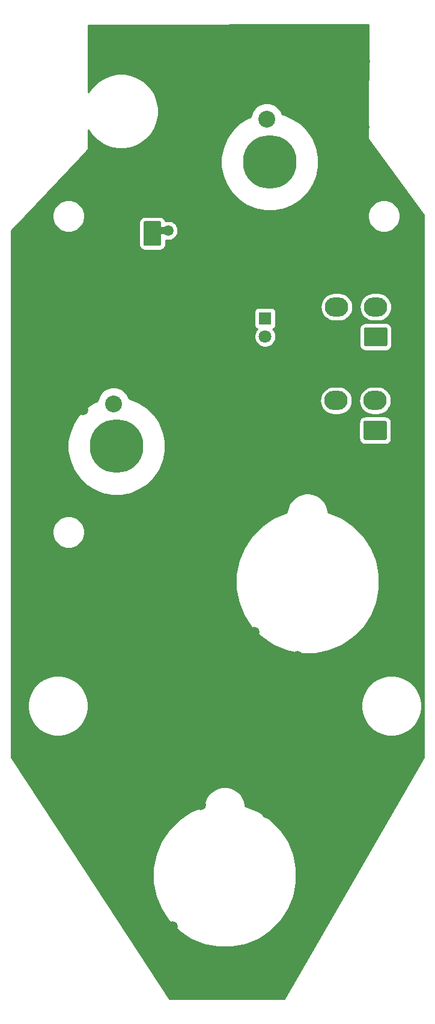
<source format=gbr>
%TF.GenerationSoftware,KiCad,Pcbnew,(5.1.12-1-10_14)*%
%TF.CreationDate,2021-11-25T18:16:29+11:00*%
%TF.ProjectId,EXT LT Panel PCB V2,45585420-4c54-4205-9061-6e656c205043,rev?*%
%TF.SameCoordinates,Original*%
%TF.FileFunction,Copper,L2,Bot*%
%TF.FilePolarity,Positive*%
%FSLAX46Y46*%
G04 Gerber Fmt 4.6, Leading zero omitted, Abs format (unit mm)*
G04 Created by KiCad (PCBNEW (5.1.12-1-10_14)) date 2021-11-25 18:16:29*
%MOMM*%
%LPD*%
G01*
G04 APERTURE LIST*
%TA.AperFunction,ComponentPad*%
%ADD10O,3.300000X2.700000*%
%TD*%
%TA.AperFunction,WasherPad*%
%ADD11C,7.540752*%
%TD*%
%TA.AperFunction,WasherPad*%
%ADD12C,2.381250*%
%TD*%
%TA.AperFunction,ComponentPad*%
%ADD13C,1.800000*%
%TD*%
%TA.AperFunction,ComponentPad*%
%ADD14R,1.800000X1.800000*%
%TD*%
%TA.AperFunction,ViaPad*%
%ADD15C,1.500000*%
%TD*%
%TA.AperFunction,Conductor*%
%ADD16C,1.000000*%
%TD*%
%TA.AperFunction,Conductor*%
%ADD17C,0.254000*%
%TD*%
%TA.AperFunction,Conductor*%
%ADD18C,0.100000*%
%TD*%
G04 APERTURE END LIST*
D10*
%TO.P,J2,4*%
%TO.N,/DATAOUT*%
X138434000Y-80760500D03*
%TO.P,J2,3*%
%TO.N,/LEDGND*%
X138434000Y-84960500D03*
%TO.P,J2,2*%
%TO.N,/LED+5V*%
X143934000Y-80760500D03*
%TO.P,J2,1*%
%TA.AperFunction,ComponentPad*%
G36*
G01*
X145333999Y-86310500D02*
X142534001Y-86310500D01*
G75*
G02*
X142284000Y-86060499I0J250001D01*
G01*
X142284000Y-83860501D01*
G75*
G02*
X142534001Y-83610500I250001J0D01*
G01*
X145333999Y-83610500D01*
G75*
G02*
X145584000Y-83860501I0J-250001D01*
G01*
X145584000Y-86060499D01*
G75*
G02*
X145333999Y-86310500I-250001J0D01*
G01*
G37*
%TD.AperFunction*%
%TD*%
%TO.P,J1,4*%
%TO.N,/DATAIN*%
X138503000Y-67608300D03*
%TO.P,J1,3*%
%TO.N,/LEDGND*%
X138503000Y-71808300D03*
%TO.P,J1,2*%
%TO.N,/LED+5V*%
X144003000Y-67608300D03*
%TO.P,J1,1*%
%TA.AperFunction,ComponentPad*%
G36*
G01*
X145402999Y-73158300D02*
X142603001Y-73158300D01*
G75*
G02*
X142353000Y-72908299I0J250001D01*
G01*
X142353000Y-70708301D01*
G75*
G02*
X142603001Y-70458300I250001J0D01*
G01*
X145402999Y-70458300D01*
G75*
G02*
X145653000Y-70708301I0J-250001D01*
G01*
X145653000Y-72908299D01*
G75*
G02*
X145402999Y-73158300I-250001J0D01*
G01*
G37*
%TD.AperFunction*%
%TD*%
D11*
%TO.P,1,*%
%TO.N,*%
X129076400Y-47193200D03*
D12*
X128657861Y-41207816D03*
%TD*%
D11*
%TO.P,2,*%
%TO.N,*%
X107486400Y-87198200D03*
D12*
X107067861Y-81212816D03*
%TD*%
D13*
%TO.P,D45,2*%
%TO.N,/LED+5V*%
X128422000Y-71752500D03*
D14*
%TO.P,D45,1*%
%TO.N,Net-(D45-Pad1)*%
X128422000Y-69212500D03*
%TD*%
%TO.P,C1,2*%
%TO.N,/LEDGND*%
%TA.AperFunction,SMDPad,CuDef*%
G36*
G01*
X111527000Y-62016800D02*
X113527000Y-62016800D01*
G75*
G02*
X113777000Y-62266800I0J-250000D01*
G01*
X113777000Y-65266800D01*
G75*
G02*
X113527000Y-65516800I-250000J0D01*
G01*
X111527000Y-65516800D01*
G75*
G02*
X111277000Y-65266800I0J250000D01*
G01*
X111277000Y-62266800D01*
G75*
G02*
X111527000Y-62016800I250000J0D01*
G01*
G37*
%TD.AperFunction*%
%TO.P,C1,1*%
%TO.N,/LED+5V*%
%TA.AperFunction,SMDPad,CuDef*%
G36*
G01*
X111527000Y-55516800D02*
X113527000Y-55516800D01*
G75*
G02*
X113777000Y-55766800I0J-250000D01*
G01*
X113777000Y-58766800D01*
G75*
G02*
X113527000Y-59016800I-250000J0D01*
G01*
X111527000Y-59016800D01*
G75*
G02*
X111277000Y-58766800I0J250000D01*
G01*
X111277000Y-55766800D01*
G75*
G02*
X111527000Y-55516800I250000J0D01*
G01*
G37*
%TD.AperFunction*%
%TD*%
D15*
%TO.N,/LEDGND*%
X110828500Y-33221300D03*
X142501300Y-33099800D03*
X149632500Y-104331200D03*
X144702100Y-91325900D03*
X140941700Y-52896700D03*
X142383800Y-42309100D03*
X132995300Y-116764000D03*
X129583900Y-96507300D03*
X118149800Y-125357300D03*
X118191000Y-69687300D03*
X109789900Y-75869600D03*
X101098200Y-105787200D03*
X98548100Y-93126400D03*
X137620500Y-60782000D03*
X137072200Y-92251000D03*
X136820300Y-132552600D03*
X124672600Y-32337900D03*
X121329600Y-42321900D03*
X110631400Y-124938100D03*
X108040500Y-72661300D03*
X102769500Y-82056000D03*
X128224600Y-63841700D03*
X121291600Y-158733500D03*
X113050600Y-136924600D03*
X144987100Y-112244200D03*
X119175900Y-92022200D03*
X115680200Y-103175000D03*
X102763700Y-71249300D03*
X130680400Y-160711700D03*
X128718000Y-138801200D03*
X122488100Y-133452500D03*
X128724000Y-124595600D03*
X141596300Y-120243500D03*
X129054000Y-92461700D03*
X122208600Y-80592200D03*
X121777500Y-52966300D03*
X129340500Y-33202200D03*
X140180000Y-126967040D03*
X126867920Y-113304320D03*
X144307560Y-97993200D03*
X115333780Y-154767280D03*
X119325390Y-137651490D03*
%TO.N,/LED+5V*%
X114765800Y-56853200D03*
%TD*%
D16*
%TO.N,/LED+5V*%
X114765800Y-56853200D02*
X112940600Y-56853200D01*
X112940600Y-56853200D02*
X112527000Y-57266800D01*
%TD*%
D17*
%TO.N,/LEDGND*%
X142900853Y-43771628D02*
X142898333Y-43820619D01*
X142905346Y-43868653D01*
X142909955Y-43916981D01*
X142914720Y-43932863D01*
X142917114Y-43949263D01*
X142933365Y-43995013D01*
X142947313Y-44041506D01*
X142955080Y-44056145D01*
X142960631Y-44071773D01*
X142985494Y-44113471D01*
X143008244Y-44156351D01*
X143039245Y-44194363D01*
X150774635Y-54674570D01*
X150724025Y-121277727D01*
X150724000Y-121277982D01*
X150724000Y-121310728D01*
X150723976Y-121342317D01*
X150724000Y-121342563D01*
X150724001Y-130937734D01*
X131089620Y-164897200D01*
X114960787Y-164897200D01*
X102885037Y-146525778D01*
X112599400Y-146525778D01*
X112599400Y-148520622D01*
X112988575Y-150477137D01*
X113751969Y-152320133D01*
X114860246Y-153978786D01*
X116270814Y-155389354D01*
X117929467Y-156497631D01*
X119772463Y-157261025D01*
X121728978Y-157650200D01*
X123723822Y-157650200D01*
X125680337Y-157261025D01*
X127523333Y-156497631D01*
X129181986Y-155389354D01*
X130592554Y-153978786D01*
X131700831Y-152320133D01*
X132464225Y-150477137D01*
X132853400Y-148520622D01*
X132853400Y-146525778D01*
X132464225Y-144569263D01*
X131700831Y-142726267D01*
X130592554Y-141067614D01*
X129181986Y-139657046D01*
X127523333Y-138548769D01*
X125680337Y-137785375D01*
X125639400Y-137777232D01*
X125639400Y-137711295D01*
X125527455Y-137148509D01*
X125307867Y-136618377D01*
X124989075Y-136141271D01*
X124583329Y-135735525D01*
X124106223Y-135416733D01*
X123576091Y-135197145D01*
X123013305Y-135085200D01*
X122439495Y-135085200D01*
X121876709Y-135197145D01*
X121346577Y-135416733D01*
X120869471Y-135735525D01*
X120463725Y-136141271D01*
X120144933Y-136618377D01*
X119925345Y-137148509D01*
X119813400Y-137711295D01*
X119813400Y-137777232D01*
X119772463Y-137785375D01*
X117929467Y-138548769D01*
X116270814Y-139657046D01*
X114860246Y-141067614D01*
X113751969Y-142726267D01*
X112988575Y-144569263D01*
X112599400Y-146525778D01*
X102885037Y-146525778D01*
X92658934Y-130968314D01*
X92664164Y-123289452D01*
X94954400Y-123289452D01*
X94954400Y-124131948D01*
X95118762Y-124958255D01*
X95441171Y-125736619D01*
X95909237Y-126437129D01*
X96504971Y-127032863D01*
X97205481Y-127500929D01*
X97983845Y-127823338D01*
X98810152Y-127987700D01*
X99652648Y-127987700D01*
X100478955Y-127823338D01*
X101257319Y-127500929D01*
X101957829Y-127032863D01*
X102553563Y-126437129D01*
X103021629Y-125736619D01*
X103344038Y-124958255D01*
X103508400Y-124131948D01*
X103508400Y-123289452D01*
X141944400Y-123289452D01*
X141944400Y-124131948D01*
X142108762Y-124958255D01*
X142431171Y-125736619D01*
X142899237Y-126437129D01*
X143494971Y-127032863D01*
X144195481Y-127500929D01*
X144973845Y-127823338D01*
X145800152Y-127987700D01*
X146642648Y-127987700D01*
X147468955Y-127823338D01*
X148247319Y-127500929D01*
X148947829Y-127032863D01*
X149543563Y-126437129D01*
X150011629Y-125736619D01*
X150334038Y-124958255D01*
X150498400Y-124131948D01*
X150498400Y-123289452D01*
X150334038Y-122463145D01*
X150011629Y-121684781D01*
X149543563Y-120984271D01*
X148947829Y-120388537D01*
X148247319Y-119920471D01*
X147468955Y-119598062D01*
X146642648Y-119433700D01*
X145800152Y-119433700D01*
X144973845Y-119598062D01*
X144195481Y-119920471D01*
X143494971Y-120388537D01*
X142899237Y-120984271D01*
X142431171Y-121684781D01*
X142108762Y-122463145D01*
X141944400Y-123289452D01*
X103508400Y-123289452D01*
X103344038Y-122463145D01*
X103021629Y-121684781D01*
X102553563Y-120984271D01*
X101957829Y-120388537D01*
X101257319Y-119920471D01*
X100478955Y-119598062D01*
X99652648Y-119433700D01*
X98810152Y-119433700D01*
X97983845Y-119598062D01*
X97205481Y-119920471D01*
X96504971Y-120388537D01*
X95909237Y-120984271D01*
X95441171Y-121684781D01*
X95118762Y-122463145D01*
X94954400Y-123289452D01*
X92664164Y-123289452D01*
X92676451Y-105250778D01*
X124283400Y-105250778D01*
X124283400Y-107245622D01*
X124672575Y-109202137D01*
X125435969Y-111045133D01*
X126544246Y-112703786D01*
X127954814Y-114114354D01*
X129613467Y-115222631D01*
X131456463Y-115986025D01*
X133412978Y-116375200D01*
X135407822Y-116375200D01*
X137364337Y-115986025D01*
X139207333Y-115222631D01*
X140865986Y-114114354D01*
X142276554Y-112703786D01*
X143384831Y-111045133D01*
X144148225Y-109202137D01*
X144537400Y-107245622D01*
X144537400Y-105250778D01*
X144148225Y-103294263D01*
X143384831Y-101451267D01*
X142276554Y-99792614D01*
X140865986Y-98382046D01*
X139207333Y-97273769D01*
X137364337Y-96510375D01*
X137323400Y-96502232D01*
X137323400Y-96436295D01*
X137211455Y-95873509D01*
X136991867Y-95343377D01*
X136673075Y-94866271D01*
X136267329Y-94460525D01*
X135790223Y-94141733D01*
X135260091Y-93922145D01*
X134697305Y-93810200D01*
X134123495Y-93810200D01*
X133560709Y-93922145D01*
X133030577Y-94141733D01*
X132553471Y-94460525D01*
X132147725Y-94866271D01*
X131828933Y-95343377D01*
X131609345Y-95873509D01*
X131497400Y-96436295D01*
X131497400Y-96502232D01*
X131456463Y-96510375D01*
X129613467Y-97273769D01*
X127954814Y-98382046D01*
X126544246Y-99792614D01*
X125435969Y-101451267D01*
X124672575Y-103294263D01*
X124283400Y-105250778D01*
X92676451Y-105250778D01*
X92680684Y-99037270D01*
X98442499Y-99037270D01*
X98442499Y-99489130D01*
X98530653Y-99932306D01*
X98703571Y-100349769D01*
X98954611Y-100725477D01*
X99274123Y-101044989D01*
X99649831Y-101296029D01*
X100067294Y-101468947D01*
X100510470Y-101557101D01*
X100962330Y-101557101D01*
X101405506Y-101468947D01*
X101822969Y-101296029D01*
X102198677Y-101044989D01*
X102518189Y-100725477D01*
X102769229Y-100349769D01*
X102942147Y-99932306D01*
X103030301Y-99489130D01*
X103030301Y-99037270D01*
X102942147Y-98594094D01*
X102769229Y-98176631D01*
X102518189Y-97800923D01*
X102198677Y-97481411D01*
X101822969Y-97230371D01*
X101405506Y-97057453D01*
X100962330Y-96969299D01*
X100510470Y-96969299D01*
X100067294Y-97057453D01*
X99649831Y-97230371D01*
X99274123Y-97481411D01*
X98954611Y-97800923D01*
X98703571Y-98176631D01*
X98530653Y-98594094D01*
X98442499Y-99037270D01*
X92680684Y-99037270D01*
X92689211Y-86518868D01*
X100589024Y-86518868D01*
X100589024Y-87877532D01*
X100854087Y-89210090D01*
X101374025Y-90465332D01*
X102128859Y-91595021D01*
X103089579Y-92555741D01*
X104219268Y-93310575D01*
X105474510Y-93830513D01*
X106807068Y-94095576D01*
X108165732Y-94095576D01*
X109498290Y-93830513D01*
X110753532Y-93310575D01*
X111883221Y-92555741D01*
X112843941Y-91595021D01*
X113598775Y-90465332D01*
X114118713Y-89210090D01*
X114383776Y-87877532D01*
X114383776Y-86518868D01*
X114118713Y-85186310D01*
X113598775Y-83931068D01*
X113551624Y-83860501D01*
X141645928Y-83860501D01*
X141645928Y-86060499D01*
X141662992Y-86233753D01*
X141713529Y-86400350D01*
X141795595Y-86553886D01*
X141906039Y-86688461D01*
X142040614Y-86798905D01*
X142194150Y-86880971D01*
X142360747Y-86931508D01*
X142534001Y-86948572D01*
X145333999Y-86948572D01*
X145507253Y-86931508D01*
X145673850Y-86880971D01*
X145827386Y-86798905D01*
X145961961Y-86688461D01*
X146072405Y-86553886D01*
X146154471Y-86400350D01*
X146205008Y-86233753D01*
X146222072Y-86060499D01*
X146222072Y-83860501D01*
X146205008Y-83687247D01*
X146154471Y-83520650D01*
X146072405Y-83367114D01*
X145961961Y-83232539D01*
X145827386Y-83122095D01*
X145673850Y-83040029D01*
X145507253Y-82989492D01*
X145333999Y-82972428D01*
X142534001Y-82972428D01*
X142360747Y-82989492D01*
X142194150Y-83040029D01*
X142040614Y-83122095D01*
X141906039Y-83232539D01*
X141795595Y-83367114D01*
X141713529Y-83520650D01*
X141662992Y-83687247D01*
X141645928Y-83860501D01*
X113551624Y-83860501D01*
X112843941Y-82801379D01*
X111883221Y-81840659D01*
X110753532Y-81085825D01*
X109968128Y-80760500D01*
X136139396Y-80760500D01*
X136177722Y-81149628D01*
X136291226Y-81523802D01*
X136475547Y-81868643D01*
X136723602Y-82170898D01*
X137025857Y-82418953D01*
X137370698Y-82603274D01*
X137744872Y-82716778D01*
X138036490Y-82745500D01*
X138831510Y-82745500D01*
X139123128Y-82716778D01*
X139497302Y-82603274D01*
X139842143Y-82418953D01*
X140144398Y-82170898D01*
X140392453Y-81868643D01*
X140576774Y-81523802D01*
X140690278Y-81149628D01*
X140728604Y-80760500D01*
X141639396Y-80760500D01*
X141677722Y-81149628D01*
X141791226Y-81523802D01*
X141975547Y-81868643D01*
X142223602Y-82170898D01*
X142525857Y-82418953D01*
X142870698Y-82603274D01*
X143244872Y-82716778D01*
X143536490Y-82745500D01*
X144331510Y-82745500D01*
X144623128Y-82716778D01*
X144997302Y-82603274D01*
X145342143Y-82418953D01*
X145644398Y-82170898D01*
X145892453Y-81868643D01*
X146076774Y-81523802D01*
X146190278Y-81149628D01*
X146228604Y-80760500D01*
X146190278Y-80371372D01*
X146076774Y-79997198D01*
X145892453Y-79652357D01*
X145644398Y-79350102D01*
X145342143Y-79102047D01*
X144997302Y-78917726D01*
X144623128Y-78804222D01*
X144331510Y-78775500D01*
X143536490Y-78775500D01*
X143244872Y-78804222D01*
X142870698Y-78917726D01*
X142525857Y-79102047D01*
X142223602Y-79350102D01*
X141975547Y-79652357D01*
X141791226Y-79997198D01*
X141677722Y-80371372D01*
X141639396Y-80760500D01*
X140728604Y-80760500D01*
X140690278Y-80371372D01*
X140576774Y-79997198D01*
X140392453Y-79652357D01*
X140144398Y-79350102D01*
X139842143Y-79102047D01*
X139497302Y-78917726D01*
X139123128Y-78804222D01*
X138831510Y-78775500D01*
X138036490Y-78775500D01*
X137744872Y-78804222D01*
X137370698Y-78917726D01*
X137025857Y-79102047D01*
X136723602Y-79350102D01*
X136475547Y-79652357D01*
X136291226Y-79997198D01*
X136177722Y-80371372D01*
X136139396Y-80760500D01*
X109968128Y-80760500D01*
X109498290Y-80565887D01*
X109291430Y-80524740D01*
X109121714Y-80115009D01*
X108868078Y-79735416D01*
X108545261Y-79412599D01*
X108165668Y-79158963D01*
X107743887Y-78984256D01*
X107296127Y-78895191D01*
X106839595Y-78895191D01*
X106391835Y-78984256D01*
X105970054Y-79158963D01*
X105590461Y-79412599D01*
X105267644Y-79735416D01*
X105014008Y-80115009D01*
X104839301Y-80536790D01*
X104775958Y-80855237D01*
X104219268Y-81085825D01*
X103089579Y-81840659D01*
X102128859Y-82801379D01*
X101374025Y-83931068D01*
X100854087Y-85186310D01*
X100589024Y-86518868D01*
X92689211Y-86518868D01*
X92701613Y-68312500D01*
X126883928Y-68312500D01*
X126883928Y-70112500D01*
X126896188Y-70236982D01*
X126932498Y-70356680D01*
X126991463Y-70466994D01*
X127070815Y-70563685D01*
X127167506Y-70643037D01*
X127277820Y-70702002D01*
X127296127Y-70707556D01*
X127229688Y-70773995D01*
X127061701Y-71025405D01*
X126945989Y-71304757D01*
X126887000Y-71601316D01*
X126887000Y-71903684D01*
X126945989Y-72200243D01*
X127061701Y-72479595D01*
X127229688Y-72731005D01*
X127443495Y-72944812D01*
X127694905Y-73112799D01*
X127974257Y-73228511D01*
X128270816Y-73287500D01*
X128573184Y-73287500D01*
X128869743Y-73228511D01*
X129149095Y-73112799D01*
X129400505Y-72944812D01*
X129614312Y-72731005D01*
X129782299Y-72479595D01*
X129898011Y-72200243D01*
X129957000Y-71903684D01*
X129957000Y-71601316D01*
X129898011Y-71304757D01*
X129782299Y-71025405D01*
X129614312Y-70773995D01*
X129548618Y-70708301D01*
X141714928Y-70708301D01*
X141714928Y-72908299D01*
X141731992Y-73081553D01*
X141782529Y-73248150D01*
X141864595Y-73401686D01*
X141975039Y-73536261D01*
X142109614Y-73646705D01*
X142263150Y-73728771D01*
X142429747Y-73779308D01*
X142603001Y-73796372D01*
X145402999Y-73796372D01*
X145576253Y-73779308D01*
X145742850Y-73728771D01*
X145896386Y-73646705D01*
X146030961Y-73536261D01*
X146141405Y-73401686D01*
X146223471Y-73248150D01*
X146274008Y-73081553D01*
X146291072Y-72908299D01*
X146291072Y-70708301D01*
X146274008Y-70535047D01*
X146223471Y-70368450D01*
X146141405Y-70214914D01*
X146030961Y-70080339D01*
X145896386Y-69969895D01*
X145742850Y-69887829D01*
X145576253Y-69837292D01*
X145402999Y-69820228D01*
X142603001Y-69820228D01*
X142429747Y-69837292D01*
X142263150Y-69887829D01*
X142109614Y-69969895D01*
X141975039Y-70080339D01*
X141864595Y-70214914D01*
X141782529Y-70368450D01*
X141731992Y-70535047D01*
X141714928Y-70708301D01*
X129548618Y-70708301D01*
X129547873Y-70707556D01*
X129566180Y-70702002D01*
X129676494Y-70643037D01*
X129773185Y-70563685D01*
X129852537Y-70466994D01*
X129911502Y-70356680D01*
X129947812Y-70236982D01*
X129960072Y-70112500D01*
X129960072Y-68312500D01*
X129947812Y-68188018D01*
X129911502Y-68068320D01*
X129852537Y-67958006D01*
X129773185Y-67861315D01*
X129676494Y-67781963D01*
X129566180Y-67722998D01*
X129446482Y-67686688D01*
X129322000Y-67674428D01*
X127522000Y-67674428D01*
X127397518Y-67686688D01*
X127277820Y-67722998D01*
X127167506Y-67781963D01*
X127070815Y-67861315D01*
X126991463Y-67958006D01*
X126932498Y-68068320D01*
X126896188Y-68188018D01*
X126883928Y-68312500D01*
X92701613Y-68312500D01*
X92702092Y-67608300D01*
X136208396Y-67608300D01*
X136246722Y-67997428D01*
X136360226Y-68371602D01*
X136544547Y-68716443D01*
X136792602Y-69018698D01*
X137094857Y-69266753D01*
X137439698Y-69451074D01*
X137813872Y-69564578D01*
X138105490Y-69593300D01*
X138900510Y-69593300D01*
X139192128Y-69564578D01*
X139566302Y-69451074D01*
X139911143Y-69266753D01*
X140213398Y-69018698D01*
X140461453Y-68716443D01*
X140645774Y-68371602D01*
X140759278Y-67997428D01*
X140797604Y-67608300D01*
X141708396Y-67608300D01*
X141746722Y-67997428D01*
X141860226Y-68371602D01*
X142044547Y-68716443D01*
X142292602Y-69018698D01*
X142594857Y-69266753D01*
X142939698Y-69451074D01*
X143313872Y-69564578D01*
X143605490Y-69593300D01*
X144400510Y-69593300D01*
X144692128Y-69564578D01*
X145066302Y-69451074D01*
X145411143Y-69266753D01*
X145713398Y-69018698D01*
X145961453Y-68716443D01*
X146145774Y-68371602D01*
X146259278Y-67997428D01*
X146297604Y-67608300D01*
X146259278Y-67219172D01*
X146145774Y-66844998D01*
X145961453Y-66500157D01*
X145713398Y-66197902D01*
X145411143Y-65949847D01*
X145066302Y-65765526D01*
X144692128Y-65652022D01*
X144400510Y-65623300D01*
X143605490Y-65623300D01*
X143313872Y-65652022D01*
X142939698Y-65765526D01*
X142594857Y-65949847D01*
X142292602Y-66197902D01*
X142044547Y-66500157D01*
X141860226Y-66844998D01*
X141746722Y-67219172D01*
X141708396Y-67608300D01*
X140797604Y-67608300D01*
X140759278Y-67219172D01*
X140645774Y-66844998D01*
X140461453Y-66500157D01*
X140213398Y-66197902D01*
X139911143Y-65949847D01*
X139566302Y-65765526D01*
X139192128Y-65652022D01*
X138900510Y-65623300D01*
X138105490Y-65623300D01*
X137813872Y-65652022D01*
X137439698Y-65765526D01*
X137094857Y-65949847D01*
X136792602Y-66197902D01*
X136544547Y-66500157D01*
X136360226Y-66844998D01*
X136246722Y-67219172D01*
X136208396Y-67608300D01*
X92702092Y-67608300D01*
X92709420Y-56853922D01*
X94851612Y-54587270D01*
X98442499Y-54587270D01*
X98442499Y-55039130D01*
X98530653Y-55482306D01*
X98703571Y-55899769D01*
X98954611Y-56275477D01*
X99274123Y-56594989D01*
X99649831Y-56846029D01*
X100067294Y-57018947D01*
X100510470Y-57107101D01*
X100962330Y-57107101D01*
X101405506Y-57018947D01*
X101822969Y-56846029D01*
X102198677Y-56594989D01*
X102518189Y-56275477D01*
X102769229Y-55899769D01*
X102824306Y-55766800D01*
X110638928Y-55766800D01*
X110638928Y-58766800D01*
X110655992Y-58940054D01*
X110706528Y-59106650D01*
X110788595Y-59260186D01*
X110899038Y-59394762D01*
X111033614Y-59505205D01*
X111187150Y-59587272D01*
X111353746Y-59637808D01*
X111527000Y-59654872D01*
X113527000Y-59654872D01*
X113700254Y-59637808D01*
X113866850Y-59587272D01*
X114020386Y-59505205D01*
X114154962Y-59394762D01*
X114265405Y-59260186D01*
X114347472Y-59106650D01*
X114398008Y-58940054D01*
X114415072Y-58766800D01*
X114415072Y-58195569D01*
X114629389Y-58238200D01*
X114902211Y-58238200D01*
X115169789Y-58184975D01*
X115421843Y-58080571D01*
X115648686Y-57928999D01*
X115841599Y-57736086D01*
X115993171Y-57509243D01*
X116097575Y-57257189D01*
X116150800Y-56989611D01*
X116150800Y-56716789D01*
X116097575Y-56449211D01*
X115993171Y-56197157D01*
X115841599Y-55970314D01*
X115648686Y-55777401D01*
X115421843Y-55625829D01*
X115169789Y-55521425D01*
X114902211Y-55468200D01*
X114629389Y-55468200D01*
X114375316Y-55518739D01*
X114347472Y-55426950D01*
X114265405Y-55273414D01*
X114154962Y-55138838D01*
X114020386Y-55028395D01*
X113866850Y-54946328D01*
X113700254Y-54895792D01*
X113527000Y-54878728D01*
X111527000Y-54878728D01*
X111353746Y-54895792D01*
X111187150Y-54946328D01*
X111033614Y-55028395D01*
X110899038Y-55138838D01*
X110788595Y-55273414D01*
X110706528Y-55426950D01*
X110655992Y-55593546D01*
X110638928Y-55766800D01*
X102824306Y-55766800D01*
X102942147Y-55482306D01*
X103030301Y-55039130D01*
X103030301Y-54587270D01*
X142892499Y-54587270D01*
X142892499Y-55039130D01*
X142980653Y-55482306D01*
X143153571Y-55899769D01*
X143404611Y-56275477D01*
X143724123Y-56594989D01*
X144099831Y-56846029D01*
X144517294Y-57018947D01*
X144960470Y-57107101D01*
X145412330Y-57107101D01*
X145855506Y-57018947D01*
X146272969Y-56846029D01*
X146648677Y-56594989D01*
X146968189Y-56275477D01*
X147219229Y-55899769D01*
X147392147Y-55482306D01*
X147480301Y-55039130D01*
X147480301Y-54587270D01*
X147392147Y-54144094D01*
X147219229Y-53726631D01*
X146968189Y-53350923D01*
X146648677Y-53031411D01*
X146272969Y-52780371D01*
X145855506Y-52607453D01*
X145412330Y-52519299D01*
X144960470Y-52519299D01*
X144517294Y-52607453D01*
X144099831Y-52780371D01*
X143724123Y-53031411D01*
X143404611Y-53350923D01*
X143153571Y-53726631D01*
X142980653Y-54144094D01*
X142892499Y-54587270D01*
X103030301Y-54587270D01*
X102942147Y-54144094D01*
X102769229Y-53726631D01*
X102518189Y-53350923D01*
X102198677Y-53031411D01*
X101822969Y-52780371D01*
X101405506Y-52607453D01*
X100962330Y-52519299D01*
X100510470Y-52519299D01*
X100067294Y-52607453D01*
X99649831Y-52780371D01*
X99274123Y-53031411D01*
X98954611Y-53350923D01*
X98703571Y-53726631D01*
X98530653Y-54144094D01*
X98442499Y-54587270D01*
X94851612Y-54587270D01*
X102481711Y-46513868D01*
X122179024Y-46513868D01*
X122179024Y-47872532D01*
X122444087Y-49205090D01*
X122964025Y-50460332D01*
X123718859Y-51590021D01*
X124679579Y-52550741D01*
X125809268Y-53305575D01*
X127064510Y-53825513D01*
X128397068Y-54090576D01*
X129755732Y-54090576D01*
X131088290Y-53825513D01*
X132343532Y-53305575D01*
X133473221Y-52550741D01*
X134433941Y-51590021D01*
X135188775Y-50460332D01*
X135708713Y-49205090D01*
X135973776Y-47872532D01*
X135973776Y-46513868D01*
X135708713Y-45181310D01*
X135188775Y-43926068D01*
X134433941Y-42796379D01*
X133473221Y-41835659D01*
X132343532Y-41080825D01*
X131088290Y-40560887D01*
X130881430Y-40519740D01*
X130711714Y-40110009D01*
X130458078Y-39730416D01*
X130135261Y-39407599D01*
X129755668Y-39153963D01*
X129333887Y-38979256D01*
X128886127Y-38890191D01*
X128429595Y-38890191D01*
X127981835Y-38979256D01*
X127560054Y-39153963D01*
X127180461Y-39407599D01*
X126857644Y-39730416D01*
X126604008Y-40110009D01*
X126429301Y-40531790D01*
X126365958Y-40850237D01*
X125809268Y-41080825D01*
X124679579Y-41835659D01*
X123718859Y-42796379D01*
X122964025Y-43926068D01*
X122444087Y-45181310D01*
X122179024Y-46513868D01*
X102481711Y-46513868D01*
X103350988Y-45594087D01*
X103368948Y-45579348D01*
X103395533Y-45546955D01*
X103401941Y-45540174D01*
X103416090Y-45521906D01*
X103451425Y-45478850D01*
X103455853Y-45470566D01*
X103461602Y-45463143D01*
X103486457Y-45413310D01*
X103512710Y-45364193D01*
X103515436Y-45355207D01*
X103519628Y-45346802D01*
X103534285Y-45293071D01*
X103550450Y-45239783D01*
X103551370Y-45230437D01*
X103553842Y-45221377D01*
X103557733Y-45165833D01*
X103560000Y-45142819D01*
X103560000Y-45133479D01*
X103562928Y-45091686D01*
X103560000Y-45068643D01*
X103560000Y-42752932D01*
X104022487Y-43445091D01*
X104757509Y-44180113D01*
X105621803Y-44757617D01*
X106582156Y-45155408D01*
X107601661Y-45358200D01*
X108641139Y-45358200D01*
X109660644Y-45155408D01*
X110620997Y-44757617D01*
X111485291Y-44180113D01*
X112220313Y-43445091D01*
X112797817Y-42580797D01*
X113195608Y-41620444D01*
X113398400Y-40600939D01*
X113398400Y-39561461D01*
X113195608Y-38541956D01*
X112797817Y-37581603D01*
X112220313Y-36717309D01*
X111485291Y-35982287D01*
X110620997Y-35404783D01*
X109660644Y-35006992D01*
X108641139Y-34804200D01*
X107601661Y-34804200D01*
X106582156Y-35006992D01*
X105621803Y-35404783D01*
X104757509Y-35982287D01*
X104022487Y-36717309D01*
X103560000Y-37409468D01*
X103560000Y-27989576D01*
X142949564Y-27940427D01*
X142900853Y-43771628D01*
%TA.AperFunction,Conductor*%
D18*
G36*
X142900853Y-43771628D02*
G01*
X142898333Y-43820619D01*
X142905346Y-43868653D01*
X142909955Y-43916981D01*
X142914720Y-43932863D01*
X142917114Y-43949263D01*
X142933365Y-43995013D01*
X142947313Y-44041506D01*
X142955080Y-44056145D01*
X142960631Y-44071773D01*
X142985494Y-44113471D01*
X143008244Y-44156351D01*
X143039245Y-44194363D01*
X150774635Y-54674570D01*
X150724025Y-121277727D01*
X150724000Y-121277982D01*
X150724000Y-121310728D01*
X150723976Y-121342317D01*
X150724000Y-121342563D01*
X150724001Y-130937734D01*
X131089620Y-164897200D01*
X114960787Y-164897200D01*
X102885037Y-146525778D01*
X112599400Y-146525778D01*
X112599400Y-148520622D01*
X112988575Y-150477137D01*
X113751969Y-152320133D01*
X114860246Y-153978786D01*
X116270814Y-155389354D01*
X117929467Y-156497631D01*
X119772463Y-157261025D01*
X121728978Y-157650200D01*
X123723822Y-157650200D01*
X125680337Y-157261025D01*
X127523333Y-156497631D01*
X129181986Y-155389354D01*
X130592554Y-153978786D01*
X131700831Y-152320133D01*
X132464225Y-150477137D01*
X132853400Y-148520622D01*
X132853400Y-146525778D01*
X132464225Y-144569263D01*
X131700831Y-142726267D01*
X130592554Y-141067614D01*
X129181986Y-139657046D01*
X127523333Y-138548769D01*
X125680337Y-137785375D01*
X125639400Y-137777232D01*
X125639400Y-137711295D01*
X125527455Y-137148509D01*
X125307867Y-136618377D01*
X124989075Y-136141271D01*
X124583329Y-135735525D01*
X124106223Y-135416733D01*
X123576091Y-135197145D01*
X123013305Y-135085200D01*
X122439495Y-135085200D01*
X121876709Y-135197145D01*
X121346577Y-135416733D01*
X120869471Y-135735525D01*
X120463725Y-136141271D01*
X120144933Y-136618377D01*
X119925345Y-137148509D01*
X119813400Y-137711295D01*
X119813400Y-137777232D01*
X119772463Y-137785375D01*
X117929467Y-138548769D01*
X116270814Y-139657046D01*
X114860246Y-141067614D01*
X113751969Y-142726267D01*
X112988575Y-144569263D01*
X112599400Y-146525778D01*
X102885037Y-146525778D01*
X92658934Y-130968314D01*
X92664164Y-123289452D01*
X94954400Y-123289452D01*
X94954400Y-124131948D01*
X95118762Y-124958255D01*
X95441171Y-125736619D01*
X95909237Y-126437129D01*
X96504971Y-127032863D01*
X97205481Y-127500929D01*
X97983845Y-127823338D01*
X98810152Y-127987700D01*
X99652648Y-127987700D01*
X100478955Y-127823338D01*
X101257319Y-127500929D01*
X101957829Y-127032863D01*
X102553563Y-126437129D01*
X103021629Y-125736619D01*
X103344038Y-124958255D01*
X103508400Y-124131948D01*
X103508400Y-123289452D01*
X141944400Y-123289452D01*
X141944400Y-124131948D01*
X142108762Y-124958255D01*
X142431171Y-125736619D01*
X142899237Y-126437129D01*
X143494971Y-127032863D01*
X144195481Y-127500929D01*
X144973845Y-127823338D01*
X145800152Y-127987700D01*
X146642648Y-127987700D01*
X147468955Y-127823338D01*
X148247319Y-127500929D01*
X148947829Y-127032863D01*
X149543563Y-126437129D01*
X150011629Y-125736619D01*
X150334038Y-124958255D01*
X150498400Y-124131948D01*
X150498400Y-123289452D01*
X150334038Y-122463145D01*
X150011629Y-121684781D01*
X149543563Y-120984271D01*
X148947829Y-120388537D01*
X148247319Y-119920471D01*
X147468955Y-119598062D01*
X146642648Y-119433700D01*
X145800152Y-119433700D01*
X144973845Y-119598062D01*
X144195481Y-119920471D01*
X143494971Y-120388537D01*
X142899237Y-120984271D01*
X142431171Y-121684781D01*
X142108762Y-122463145D01*
X141944400Y-123289452D01*
X103508400Y-123289452D01*
X103344038Y-122463145D01*
X103021629Y-121684781D01*
X102553563Y-120984271D01*
X101957829Y-120388537D01*
X101257319Y-119920471D01*
X100478955Y-119598062D01*
X99652648Y-119433700D01*
X98810152Y-119433700D01*
X97983845Y-119598062D01*
X97205481Y-119920471D01*
X96504971Y-120388537D01*
X95909237Y-120984271D01*
X95441171Y-121684781D01*
X95118762Y-122463145D01*
X94954400Y-123289452D01*
X92664164Y-123289452D01*
X92676451Y-105250778D01*
X124283400Y-105250778D01*
X124283400Y-107245622D01*
X124672575Y-109202137D01*
X125435969Y-111045133D01*
X126544246Y-112703786D01*
X127954814Y-114114354D01*
X129613467Y-115222631D01*
X131456463Y-115986025D01*
X133412978Y-116375200D01*
X135407822Y-116375200D01*
X137364337Y-115986025D01*
X139207333Y-115222631D01*
X140865986Y-114114354D01*
X142276554Y-112703786D01*
X143384831Y-111045133D01*
X144148225Y-109202137D01*
X144537400Y-107245622D01*
X144537400Y-105250778D01*
X144148225Y-103294263D01*
X143384831Y-101451267D01*
X142276554Y-99792614D01*
X140865986Y-98382046D01*
X139207333Y-97273769D01*
X137364337Y-96510375D01*
X137323400Y-96502232D01*
X137323400Y-96436295D01*
X137211455Y-95873509D01*
X136991867Y-95343377D01*
X136673075Y-94866271D01*
X136267329Y-94460525D01*
X135790223Y-94141733D01*
X135260091Y-93922145D01*
X134697305Y-93810200D01*
X134123495Y-93810200D01*
X133560709Y-93922145D01*
X133030577Y-94141733D01*
X132553471Y-94460525D01*
X132147725Y-94866271D01*
X131828933Y-95343377D01*
X131609345Y-95873509D01*
X131497400Y-96436295D01*
X131497400Y-96502232D01*
X131456463Y-96510375D01*
X129613467Y-97273769D01*
X127954814Y-98382046D01*
X126544246Y-99792614D01*
X125435969Y-101451267D01*
X124672575Y-103294263D01*
X124283400Y-105250778D01*
X92676451Y-105250778D01*
X92680684Y-99037270D01*
X98442499Y-99037270D01*
X98442499Y-99489130D01*
X98530653Y-99932306D01*
X98703571Y-100349769D01*
X98954611Y-100725477D01*
X99274123Y-101044989D01*
X99649831Y-101296029D01*
X100067294Y-101468947D01*
X100510470Y-101557101D01*
X100962330Y-101557101D01*
X101405506Y-101468947D01*
X101822969Y-101296029D01*
X102198677Y-101044989D01*
X102518189Y-100725477D01*
X102769229Y-100349769D01*
X102942147Y-99932306D01*
X103030301Y-99489130D01*
X103030301Y-99037270D01*
X102942147Y-98594094D01*
X102769229Y-98176631D01*
X102518189Y-97800923D01*
X102198677Y-97481411D01*
X101822969Y-97230371D01*
X101405506Y-97057453D01*
X100962330Y-96969299D01*
X100510470Y-96969299D01*
X100067294Y-97057453D01*
X99649831Y-97230371D01*
X99274123Y-97481411D01*
X98954611Y-97800923D01*
X98703571Y-98176631D01*
X98530653Y-98594094D01*
X98442499Y-99037270D01*
X92680684Y-99037270D01*
X92689211Y-86518868D01*
X100589024Y-86518868D01*
X100589024Y-87877532D01*
X100854087Y-89210090D01*
X101374025Y-90465332D01*
X102128859Y-91595021D01*
X103089579Y-92555741D01*
X104219268Y-93310575D01*
X105474510Y-93830513D01*
X106807068Y-94095576D01*
X108165732Y-94095576D01*
X109498290Y-93830513D01*
X110753532Y-93310575D01*
X111883221Y-92555741D01*
X112843941Y-91595021D01*
X113598775Y-90465332D01*
X114118713Y-89210090D01*
X114383776Y-87877532D01*
X114383776Y-86518868D01*
X114118713Y-85186310D01*
X113598775Y-83931068D01*
X113551624Y-83860501D01*
X141645928Y-83860501D01*
X141645928Y-86060499D01*
X141662992Y-86233753D01*
X141713529Y-86400350D01*
X141795595Y-86553886D01*
X141906039Y-86688461D01*
X142040614Y-86798905D01*
X142194150Y-86880971D01*
X142360747Y-86931508D01*
X142534001Y-86948572D01*
X145333999Y-86948572D01*
X145507253Y-86931508D01*
X145673850Y-86880971D01*
X145827386Y-86798905D01*
X145961961Y-86688461D01*
X146072405Y-86553886D01*
X146154471Y-86400350D01*
X146205008Y-86233753D01*
X146222072Y-86060499D01*
X146222072Y-83860501D01*
X146205008Y-83687247D01*
X146154471Y-83520650D01*
X146072405Y-83367114D01*
X145961961Y-83232539D01*
X145827386Y-83122095D01*
X145673850Y-83040029D01*
X145507253Y-82989492D01*
X145333999Y-82972428D01*
X142534001Y-82972428D01*
X142360747Y-82989492D01*
X142194150Y-83040029D01*
X142040614Y-83122095D01*
X141906039Y-83232539D01*
X141795595Y-83367114D01*
X141713529Y-83520650D01*
X141662992Y-83687247D01*
X141645928Y-83860501D01*
X113551624Y-83860501D01*
X112843941Y-82801379D01*
X111883221Y-81840659D01*
X110753532Y-81085825D01*
X109968128Y-80760500D01*
X136139396Y-80760500D01*
X136177722Y-81149628D01*
X136291226Y-81523802D01*
X136475547Y-81868643D01*
X136723602Y-82170898D01*
X137025857Y-82418953D01*
X137370698Y-82603274D01*
X137744872Y-82716778D01*
X138036490Y-82745500D01*
X138831510Y-82745500D01*
X139123128Y-82716778D01*
X139497302Y-82603274D01*
X139842143Y-82418953D01*
X140144398Y-82170898D01*
X140392453Y-81868643D01*
X140576774Y-81523802D01*
X140690278Y-81149628D01*
X140728604Y-80760500D01*
X141639396Y-80760500D01*
X141677722Y-81149628D01*
X141791226Y-81523802D01*
X141975547Y-81868643D01*
X142223602Y-82170898D01*
X142525857Y-82418953D01*
X142870698Y-82603274D01*
X143244872Y-82716778D01*
X143536490Y-82745500D01*
X144331510Y-82745500D01*
X144623128Y-82716778D01*
X144997302Y-82603274D01*
X145342143Y-82418953D01*
X145644398Y-82170898D01*
X145892453Y-81868643D01*
X146076774Y-81523802D01*
X146190278Y-81149628D01*
X146228604Y-80760500D01*
X146190278Y-80371372D01*
X146076774Y-79997198D01*
X145892453Y-79652357D01*
X145644398Y-79350102D01*
X145342143Y-79102047D01*
X144997302Y-78917726D01*
X144623128Y-78804222D01*
X144331510Y-78775500D01*
X143536490Y-78775500D01*
X143244872Y-78804222D01*
X142870698Y-78917726D01*
X142525857Y-79102047D01*
X142223602Y-79350102D01*
X141975547Y-79652357D01*
X141791226Y-79997198D01*
X141677722Y-80371372D01*
X141639396Y-80760500D01*
X140728604Y-80760500D01*
X140690278Y-80371372D01*
X140576774Y-79997198D01*
X140392453Y-79652357D01*
X140144398Y-79350102D01*
X139842143Y-79102047D01*
X139497302Y-78917726D01*
X139123128Y-78804222D01*
X138831510Y-78775500D01*
X138036490Y-78775500D01*
X137744872Y-78804222D01*
X137370698Y-78917726D01*
X137025857Y-79102047D01*
X136723602Y-79350102D01*
X136475547Y-79652357D01*
X136291226Y-79997198D01*
X136177722Y-80371372D01*
X136139396Y-80760500D01*
X109968128Y-80760500D01*
X109498290Y-80565887D01*
X109291430Y-80524740D01*
X109121714Y-80115009D01*
X108868078Y-79735416D01*
X108545261Y-79412599D01*
X108165668Y-79158963D01*
X107743887Y-78984256D01*
X107296127Y-78895191D01*
X106839595Y-78895191D01*
X106391835Y-78984256D01*
X105970054Y-79158963D01*
X105590461Y-79412599D01*
X105267644Y-79735416D01*
X105014008Y-80115009D01*
X104839301Y-80536790D01*
X104775958Y-80855237D01*
X104219268Y-81085825D01*
X103089579Y-81840659D01*
X102128859Y-82801379D01*
X101374025Y-83931068D01*
X100854087Y-85186310D01*
X100589024Y-86518868D01*
X92689211Y-86518868D01*
X92701613Y-68312500D01*
X126883928Y-68312500D01*
X126883928Y-70112500D01*
X126896188Y-70236982D01*
X126932498Y-70356680D01*
X126991463Y-70466994D01*
X127070815Y-70563685D01*
X127167506Y-70643037D01*
X127277820Y-70702002D01*
X127296127Y-70707556D01*
X127229688Y-70773995D01*
X127061701Y-71025405D01*
X126945989Y-71304757D01*
X126887000Y-71601316D01*
X126887000Y-71903684D01*
X126945989Y-72200243D01*
X127061701Y-72479595D01*
X127229688Y-72731005D01*
X127443495Y-72944812D01*
X127694905Y-73112799D01*
X127974257Y-73228511D01*
X128270816Y-73287500D01*
X128573184Y-73287500D01*
X128869743Y-73228511D01*
X129149095Y-73112799D01*
X129400505Y-72944812D01*
X129614312Y-72731005D01*
X129782299Y-72479595D01*
X129898011Y-72200243D01*
X129957000Y-71903684D01*
X129957000Y-71601316D01*
X129898011Y-71304757D01*
X129782299Y-71025405D01*
X129614312Y-70773995D01*
X129548618Y-70708301D01*
X141714928Y-70708301D01*
X141714928Y-72908299D01*
X141731992Y-73081553D01*
X141782529Y-73248150D01*
X141864595Y-73401686D01*
X141975039Y-73536261D01*
X142109614Y-73646705D01*
X142263150Y-73728771D01*
X142429747Y-73779308D01*
X142603001Y-73796372D01*
X145402999Y-73796372D01*
X145576253Y-73779308D01*
X145742850Y-73728771D01*
X145896386Y-73646705D01*
X146030961Y-73536261D01*
X146141405Y-73401686D01*
X146223471Y-73248150D01*
X146274008Y-73081553D01*
X146291072Y-72908299D01*
X146291072Y-70708301D01*
X146274008Y-70535047D01*
X146223471Y-70368450D01*
X146141405Y-70214914D01*
X146030961Y-70080339D01*
X145896386Y-69969895D01*
X145742850Y-69887829D01*
X145576253Y-69837292D01*
X145402999Y-69820228D01*
X142603001Y-69820228D01*
X142429747Y-69837292D01*
X142263150Y-69887829D01*
X142109614Y-69969895D01*
X141975039Y-70080339D01*
X141864595Y-70214914D01*
X141782529Y-70368450D01*
X141731992Y-70535047D01*
X141714928Y-70708301D01*
X129548618Y-70708301D01*
X129547873Y-70707556D01*
X129566180Y-70702002D01*
X129676494Y-70643037D01*
X129773185Y-70563685D01*
X129852537Y-70466994D01*
X129911502Y-70356680D01*
X129947812Y-70236982D01*
X129960072Y-70112500D01*
X129960072Y-68312500D01*
X129947812Y-68188018D01*
X129911502Y-68068320D01*
X129852537Y-67958006D01*
X129773185Y-67861315D01*
X129676494Y-67781963D01*
X129566180Y-67722998D01*
X129446482Y-67686688D01*
X129322000Y-67674428D01*
X127522000Y-67674428D01*
X127397518Y-67686688D01*
X127277820Y-67722998D01*
X127167506Y-67781963D01*
X127070815Y-67861315D01*
X126991463Y-67958006D01*
X126932498Y-68068320D01*
X126896188Y-68188018D01*
X126883928Y-68312500D01*
X92701613Y-68312500D01*
X92702092Y-67608300D01*
X136208396Y-67608300D01*
X136246722Y-67997428D01*
X136360226Y-68371602D01*
X136544547Y-68716443D01*
X136792602Y-69018698D01*
X137094857Y-69266753D01*
X137439698Y-69451074D01*
X137813872Y-69564578D01*
X138105490Y-69593300D01*
X138900510Y-69593300D01*
X139192128Y-69564578D01*
X139566302Y-69451074D01*
X139911143Y-69266753D01*
X140213398Y-69018698D01*
X140461453Y-68716443D01*
X140645774Y-68371602D01*
X140759278Y-67997428D01*
X140797604Y-67608300D01*
X141708396Y-67608300D01*
X141746722Y-67997428D01*
X141860226Y-68371602D01*
X142044547Y-68716443D01*
X142292602Y-69018698D01*
X142594857Y-69266753D01*
X142939698Y-69451074D01*
X143313872Y-69564578D01*
X143605490Y-69593300D01*
X144400510Y-69593300D01*
X144692128Y-69564578D01*
X145066302Y-69451074D01*
X145411143Y-69266753D01*
X145713398Y-69018698D01*
X145961453Y-68716443D01*
X146145774Y-68371602D01*
X146259278Y-67997428D01*
X146297604Y-67608300D01*
X146259278Y-67219172D01*
X146145774Y-66844998D01*
X145961453Y-66500157D01*
X145713398Y-66197902D01*
X145411143Y-65949847D01*
X145066302Y-65765526D01*
X144692128Y-65652022D01*
X144400510Y-65623300D01*
X143605490Y-65623300D01*
X143313872Y-65652022D01*
X142939698Y-65765526D01*
X142594857Y-65949847D01*
X142292602Y-66197902D01*
X142044547Y-66500157D01*
X141860226Y-66844998D01*
X141746722Y-67219172D01*
X141708396Y-67608300D01*
X140797604Y-67608300D01*
X140759278Y-67219172D01*
X140645774Y-66844998D01*
X140461453Y-66500157D01*
X140213398Y-66197902D01*
X139911143Y-65949847D01*
X139566302Y-65765526D01*
X139192128Y-65652022D01*
X138900510Y-65623300D01*
X138105490Y-65623300D01*
X137813872Y-65652022D01*
X137439698Y-65765526D01*
X137094857Y-65949847D01*
X136792602Y-66197902D01*
X136544547Y-66500157D01*
X136360226Y-66844998D01*
X136246722Y-67219172D01*
X136208396Y-67608300D01*
X92702092Y-67608300D01*
X92709420Y-56853922D01*
X94851612Y-54587270D01*
X98442499Y-54587270D01*
X98442499Y-55039130D01*
X98530653Y-55482306D01*
X98703571Y-55899769D01*
X98954611Y-56275477D01*
X99274123Y-56594989D01*
X99649831Y-56846029D01*
X100067294Y-57018947D01*
X100510470Y-57107101D01*
X100962330Y-57107101D01*
X101405506Y-57018947D01*
X101822969Y-56846029D01*
X102198677Y-56594989D01*
X102518189Y-56275477D01*
X102769229Y-55899769D01*
X102824306Y-55766800D01*
X110638928Y-55766800D01*
X110638928Y-58766800D01*
X110655992Y-58940054D01*
X110706528Y-59106650D01*
X110788595Y-59260186D01*
X110899038Y-59394762D01*
X111033614Y-59505205D01*
X111187150Y-59587272D01*
X111353746Y-59637808D01*
X111527000Y-59654872D01*
X113527000Y-59654872D01*
X113700254Y-59637808D01*
X113866850Y-59587272D01*
X114020386Y-59505205D01*
X114154962Y-59394762D01*
X114265405Y-59260186D01*
X114347472Y-59106650D01*
X114398008Y-58940054D01*
X114415072Y-58766800D01*
X114415072Y-58195569D01*
X114629389Y-58238200D01*
X114902211Y-58238200D01*
X115169789Y-58184975D01*
X115421843Y-58080571D01*
X115648686Y-57928999D01*
X115841599Y-57736086D01*
X115993171Y-57509243D01*
X116097575Y-57257189D01*
X116150800Y-56989611D01*
X116150800Y-56716789D01*
X116097575Y-56449211D01*
X115993171Y-56197157D01*
X115841599Y-55970314D01*
X115648686Y-55777401D01*
X115421843Y-55625829D01*
X115169789Y-55521425D01*
X114902211Y-55468200D01*
X114629389Y-55468200D01*
X114375316Y-55518739D01*
X114347472Y-55426950D01*
X114265405Y-55273414D01*
X114154962Y-55138838D01*
X114020386Y-55028395D01*
X113866850Y-54946328D01*
X113700254Y-54895792D01*
X113527000Y-54878728D01*
X111527000Y-54878728D01*
X111353746Y-54895792D01*
X111187150Y-54946328D01*
X111033614Y-55028395D01*
X110899038Y-55138838D01*
X110788595Y-55273414D01*
X110706528Y-55426950D01*
X110655992Y-55593546D01*
X110638928Y-55766800D01*
X102824306Y-55766800D01*
X102942147Y-55482306D01*
X103030301Y-55039130D01*
X103030301Y-54587270D01*
X142892499Y-54587270D01*
X142892499Y-55039130D01*
X142980653Y-55482306D01*
X143153571Y-55899769D01*
X143404611Y-56275477D01*
X143724123Y-56594989D01*
X144099831Y-56846029D01*
X144517294Y-57018947D01*
X144960470Y-57107101D01*
X145412330Y-57107101D01*
X145855506Y-57018947D01*
X146272969Y-56846029D01*
X146648677Y-56594989D01*
X146968189Y-56275477D01*
X147219229Y-55899769D01*
X147392147Y-55482306D01*
X147480301Y-55039130D01*
X147480301Y-54587270D01*
X147392147Y-54144094D01*
X147219229Y-53726631D01*
X146968189Y-53350923D01*
X146648677Y-53031411D01*
X146272969Y-52780371D01*
X145855506Y-52607453D01*
X145412330Y-52519299D01*
X144960470Y-52519299D01*
X144517294Y-52607453D01*
X144099831Y-52780371D01*
X143724123Y-53031411D01*
X143404611Y-53350923D01*
X143153571Y-53726631D01*
X142980653Y-54144094D01*
X142892499Y-54587270D01*
X103030301Y-54587270D01*
X102942147Y-54144094D01*
X102769229Y-53726631D01*
X102518189Y-53350923D01*
X102198677Y-53031411D01*
X101822969Y-52780371D01*
X101405506Y-52607453D01*
X100962330Y-52519299D01*
X100510470Y-52519299D01*
X100067294Y-52607453D01*
X99649831Y-52780371D01*
X99274123Y-53031411D01*
X98954611Y-53350923D01*
X98703571Y-53726631D01*
X98530653Y-54144094D01*
X98442499Y-54587270D01*
X94851612Y-54587270D01*
X102481711Y-46513868D01*
X122179024Y-46513868D01*
X122179024Y-47872532D01*
X122444087Y-49205090D01*
X122964025Y-50460332D01*
X123718859Y-51590021D01*
X124679579Y-52550741D01*
X125809268Y-53305575D01*
X127064510Y-53825513D01*
X128397068Y-54090576D01*
X129755732Y-54090576D01*
X131088290Y-53825513D01*
X132343532Y-53305575D01*
X133473221Y-52550741D01*
X134433941Y-51590021D01*
X135188775Y-50460332D01*
X135708713Y-49205090D01*
X135973776Y-47872532D01*
X135973776Y-46513868D01*
X135708713Y-45181310D01*
X135188775Y-43926068D01*
X134433941Y-42796379D01*
X133473221Y-41835659D01*
X132343532Y-41080825D01*
X131088290Y-40560887D01*
X130881430Y-40519740D01*
X130711714Y-40110009D01*
X130458078Y-39730416D01*
X130135261Y-39407599D01*
X129755668Y-39153963D01*
X129333887Y-38979256D01*
X128886127Y-38890191D01*
X128429595Y-38890191D01*
X127981835Y-38979256D01*
X127560054Y-39153963D01*
X127180461Y-39407599D01*
X126857644Y-39730416D01*
X126604008Y-40110009D01*
X126429301Y-40531790D01*
X126365958Y-40850237D01*
X125809268Y-41080825D01*
X124679579Y-41835659D01*
X123718859Y-42796379D01*
X122964025Y-43926068D01*
X122444087Y-45181310D01*
X122179024Y-46513868D01*
X102481711Y-46513868D01*
X103350988Y-45594087D01*
X103368948Y-45579348D01*
X103395533Y-45546955D01*
X103401941Y-45540174D01*
X103416090Y-45521906D01*
X103451425Y-45478850D01*
X103455853Y-45470566D01*
X103461602Y-45463143D01*
X103486457Y-45413310D01*
X103512710Y-45364193D01*
X103515436Y-45355207D01*
X103519628Y-45346802D01*
X103534285Y-45293071D01*
X103550450Y-45239783D01*
X103551370Y-45230437D01*
X103553842Y-45221377D01*
X103557733Y-45165833D01*
X103560000Y-45142819D01*
X103560000Y-45133479D01*
X103562928Y-45091686D01*
X103560000Y-45068643D01*
X103560000Y-42752932D01*
X104022487Y-43445091D01*
X104757509Y-44180113D01*
X105621803Y-44757617D01*
X106582156Y-45155408D01*
X107601661Y-45358200D01*
X108641139Y-45358200D01*
X109660644Y-45155408D01*
X110620997Y-44757617D01*
X111485291Y-44180113D01*
X112220313Y-43445091D01*
X112797817Y-42580797D01*
X113195608Y-41620444D01*
X113398400Y-40600939D01*
X113398400Y-39561461D01*
X113195608Y-38541956D01*
X112797817Y-37581603D01*
X112220313Y-36717309D01*
X111485291Y-35982287D01*
X110620997Y-35404783D01*
X109660644Y-35006992D01*
X108641139Y-34804200D01*
X107601661Y-34804200D01*
X106582156Y-35006992D01*
X105621803Y-35404783D01*
X104757509Y-35982287D01*
X104022487Y-36717309D01*
X103560000Y-37409468D01*
X103560000Y-27989576D01*
X142949564Y-27940427D01*
X142900853Y-43771628D01*
G37*
%TD.AperFunction*%
%TD*%
M02*

</source>
